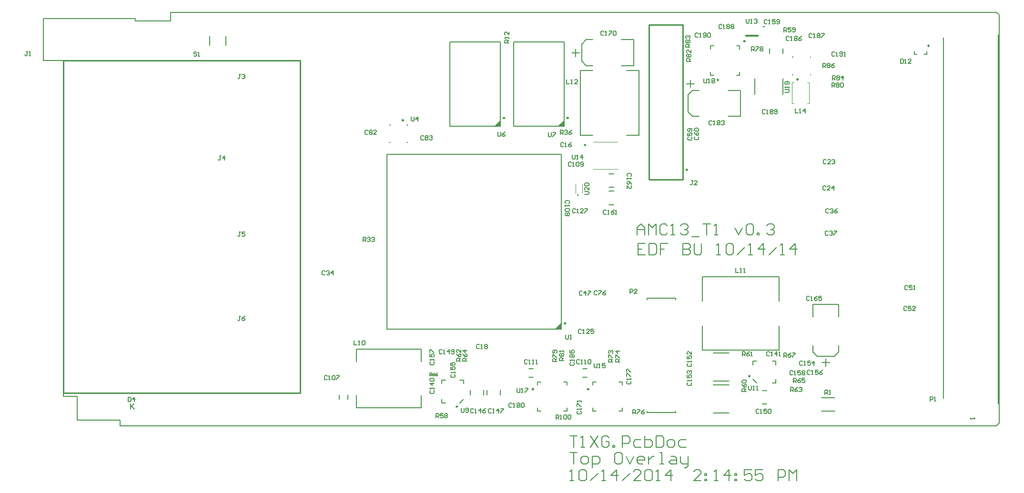
<source format=gto>
%FSLAX44Y44*%
%MOMM*%
G71*
G01*
G75*
G04 Layer_Color=65535*
%ADD10O,0.9500X0.3500*%
%ADD11O,0.3500X0.9500*%
%ADD12R,3.1500X3.1500*%
%ADD13O,0.2800X0.8500*%
%ADD14O,0.8500X0.2800*%
%ADD15R,1.7000X1.7000*%
%ADD16R,0.4000X0.7500*%
%ADD17R,0.9000X0.2000*%
%ADD18R,2.0500X2.0500*%
%ADD19R,2.0500X2.0500*%
%ADD20R,0.2000X0.9000*%
%ADD21R,0.7500X0.4000*%
%ADD22R,0.5000X1.3000*%
%ADD23R,2.0000X0.5000*%
%ADD24R,0.3500X0.9000*%
%ADD25R,1.2000X2.6000*%
%ADD26R,0.6300X0.6500*%
%ADD27R,0.9200X4.0000*%
%ADD28R,2.6700X4.0000*%
%ADD29R,0.6000X0.6000*%
%ADD30R,0.2500X0.4000*%
%ADD31O,0.6500X0.2500*%
%ADD32O,0.2500X0.6500*%
%ADD33R,0.7000X0.5000*%
%ADD34R,0.6500X0.8000*%
%ADD35R,0.8000X0.8000*%
%ADD36R,2.8500X3.3000*%
%ADD37R,3.1750X4.9530*%
%ADD38R,1.2000X1.5000*%
%ADD39R,0.9500X0.5500*%
%ADD40R,2.7940X0.7366*%
%ADD41C,0.3300*%
%ADD42R,5.2000X1.4000*%
%ADD43R,2.6000X1.1000*%
%ADD44R,1.1000X1.7000*%
%ADD45R,1.1000X1.4000*%
%ADD46R,0.6000X0.5000*%
%ADD47C,0.4500*%
%ADD48R,2.5500X2.7000*%
%ADD49R,0.6000X0.6000*%
%ADD50R,0.5000X0.6000*%
%ADD51R,1.7000X1.1000*%
%ADD52R,0.9000X0.8000*%
%ADD53R,0.8000X0.9000*%
%ADD54R,1.1000X2.6000*%
%ADD55R,1.4000X5.2000*%
%ADD56R,2.7000X2.5500*%
%ADD57R,4.9530X3.1750*%
%ADD58R,3.1500X3.1500*%
%ADD59C,0.2540*%
%ADD60C,0.1270*%
%ADD61C,0.5040*%
%ADD62C,0.5588*%
%ADD63C,0.5080*%
%ADD64C,0.2032*%
%ADD65C,0.3048*%
%ADD66C,0.1651*%
%ADD67C,0.3810*%
%ADD68C,0.1524*%
%ADD69R,0.6000X0.5000*%
%ADD70R,2.5000X0.7000*%
%ADD71R,2.3000X5.0000*%
%ADD72R,11.1000X6.2500*%
%ADD73R,2.8000X0.9000*%
%ADD74R,2.2000X2.1000*%
%ADD75R,1.2000X3.0000*%
%ADD76R,2.2000X1.8000*%
%ADD77R,5.2500X2.0000*%
%ADD78R,2.6000X2.7000*%
%ADD79R,1.6000X3.4000*%
%ADD80R,3.0000X4.3000*%
%ADD81R,1.9500X0.7500*%
%ADD82R,4.4500X1.0500*%
%ADD83R,1.0500X4.5000*%
%ADD84R,6.2000X6.0500*%
%ADD85R,1.1000X3.5000*%
%ADD86R,1.0000X1.4000*%
%ADD87R,1.6000X0.7000*%
%ADD88R,2.6500X1.5500*%
%ADD89R,2.3000X2.0500*%
%ADD90R,6.2000X5.1000*%
%ADD91R,15.8500X3.5500*%
%ADD92R,1.4000X1.3000*%
%ADD93R,1.7500X0.8000*%
%ADD94R,6.0000X4.0000*%
%ADD95R,0.6000X0.6500*%
%ADD96R,7.5500X2.8500*%
%ADD97R,1.6000X2.4500*%
%ADD98R,0.7500X1.9500*%
%ADD99R,2.5500X1.3000*%
%ADD100R,1.8500X1.5000*%
%ADD101R,2.5000X1.0000*%
%ADD102R,4.6000X1.0000*%
%ADD103R,2.4000X0.9500*%
%ADD104R,2.5000X0.7250*%
%ADD105R,1.0000X0.5000*%
%ADD106R,1.4000X0.5000*%
%ADD107R,2.3000X1.5000*%
%ADD108R,0.8500X0.8000*%
%ADD109R,0.8500X0.8000*%
%ADD110R,1.2250X0.5000*%
%ADD111R,4.0000X1.5000*%
%ADD112R,4.0000X2.0000*%
%ADD113R,1.1750X1.6750*%
%ADD114R,3.7500X1.3000*%
%ADD115R,4.3000X3.2000*%
%ADD116R,3.3000X4.1000*%
%ADD117R,4.5000X3.2000*%
%ADD118R,2.3000X1.1000*%
%ADD119R,2.1000X1.0000*%
%ADD120R,2.8000X3.4000*%
%ADD121R,2.0000X0.8000*%
%ADD122R,1.3000X3.9000*%
%ADD123R,1.9000X0.6000*%
%ADD124R,1.0000X2.7000*%
%ADD125R,2.3500X0.7000*%
%ADD126R,2.3500X1.5000*%
%ADD127R,0.8000X2.0500*%
%ADD128R,0.8000X1.9000*%
%ADD129R,1.1000X1.4500*%
%ADD130R,3.7000X2.8500*%
%ADD131R,3.3500X9.0500*%
%ADD132R,4.3500X19.5500*%
%ADD133R,2.9000X11.0000*%
%ADD134R,4.1000X4.4000*%
%ADD135R,3.0000X4.4000*%
%ADD136R,3.0000X1.9500*%
%ADD137R,0.9000X1.1000*%
%ADD138R,0.6500X0.4500*%
%ADD139R,4.8000X1.4000*%
%ADD140R,1.9500X9.7500*%
%ADD141R,1.6000X6.3000*%
%ADD142R,5.2000X3.1000*%
%ADD143R,9.3000X3.0000*%
%ADD144R,5.8000X1.6000*%
%ADD145R,0.9000X1.4000*%
%ADD146R,2.1000X3.3000*%
%ADD147R,10.7000X1.1000*%
%ADD148R,1.0000X1.2000*%
%ADD149R,10.7000X1.6000*%
%ADD150R,2.6000X6.4000*%
%ADD151R,2.0000X3.0000*%
%ADD152R,0.9000X0.9000*%
%ADD153R,4.0000X4.9000*%
%ADD154R,0.8000X3.0000*%
%ADD155R,2.3000X1.7000*%
%ADD156R,3.0000X5.4000*%
%ADD157R,0.8000X0.7000*%
%ADD158R,0.8000X0.4000*%
%ADD159R,0.8000X0.7000*%
%ADD160R,0.7000X0.4000*%
%ADD161R,2.8000X0.7000*%
%ADD162R,1.0000X0.4000*%
%ADD163R,1.6500X0.8000*%
%ADD164R,1.1500X0.5000*%
%ADD165R,1.3500X0.8000*%
%ADD166R,1.1000X0.5000*%
%ADD167R,1.5500X1.5000*%
%ADD168R,1.6000X1.5000*%
%ADD169R,0.9500X1.0500*%
%ADD170R,0.9000X0.5000*%
%ADD171R,1.5000X0.9500*%
%ADD172C,0.1500*%
%ADD173C,0.5000*%
%ADD174R,2.0000X2.0000*%
%ADD175C,0.2000*%
%ADD176C,0.1270*%
%ADD177C,0.9500*%
%ADD178C,0.6000*%
%ADD179C,0.5080*%
%ADD180C,5.0000*%
%ADD181R,4.7000X4.7000*%
%ADD182C,3.3000*%
G04:AMPARAMS|DCode=183|XSize=1mm|YSize=1mm|CornerRadius=0.25mm|HoleSize=0mm|Usage=FLASHONLY|Rotation=0.000|XOffset=0mm|YOffset=0mm|HoleType=Round|Shape=RoundedRectangle|*
%AMROUNDEDRECTD183*
21,1,1.0000,0.5000,0,0,0.0*
21,1,0.5000,1.0000,0,0,0.0*
1,1,0.5000,0.2500,-0.2500*
1,1,0.5000,-0.2500,-0.2500*
1,1,0.5000,-0.2500,0.2500*
1,1,0.5000,0.2500,0.2500*
%
%ADD183ROUNDEDRECTD183*%
%ADD184C,0.6600*%
%ADD185C,0.5588*%
%ADD186C,1.0160*%
%ADD187C,1.3970*%
%ADD188C,0.8890*%
%ADD189C,2.8000*%
%ADD190R,1.6000X0.5000*%
%ADD191R,0.5000X1.6000*%
%ADD192R,2.5000X3.3000*%
%ADD193R,10.0000X6.4000*%
%ADD194R,5.0000X3.3000*%
%ADD195R,1.4000X1.6000*%
%ADD196C,1.4580*%
%ADD197C,1.5580*%
%ADD198C,1.3580*%
%ADD199C,2.0580*%
%ADD200C,1.2080*%
%ADD201C,1.4080*%
%ADD202C,1.3480*%
%ADD203C,1.1680*%
%ADD204C,1.5240*%
%ADD205C,2.3080*%
G04:AMPARAMS|DCode=206|XSize=1.158mm|YSize=1.158mm|CornerRadius=0mm|HoleSize=0mm|Usage=FLASHONLY|Rotation=0.000|XOffset=0mm|YOffset=0mm|HoleType=Round|Shape=Relief|Width=0.254mm|Gap=0.127mm|Entries=4|*
%AMTHD206*
7,0,0,1.1580,0.9040,0.2540,45*
%
%ADD206THD206*%
%ADD207C,1.1580*%
%ADD208C,2.5080*%
%ADD209C,0.7064*%
G04:AMPARAMS|DCode=210|XSize=0.7064mm|YSize=0.7064mm|CornerRadius=0mm|HoleSize=0mm|Usage=FLASHONLY|Rotation=0.000|XOffset=0mm|YOffset=0mm|HoleType=Round|Shape=Relief|Width=0.2032mm|Gap=0.1016mm|Entries=4|*
%AMTHD210*
7,0,0,0.7064,0.5032,0.2032,45*
%
%ADD210THD210*%
G04:AMPARAMS|DCode=211|XSize=0.5588mm|YSize=0.5588mm|CornerRadius=0mm|HoleSize=0mm|Usage=FLASHONLY|Rotation=0.000|XOffset=0mm|YOffset=0mm|HoleType=Round|Shape=Relief|Width=0.2032mm|Gap=0.1016mm|Entries=4|*
%AMTHD211*
7,0,0,0.5588,0.3556,0.2032,45*
%
%ADD211THD211*%
%ADD212C,3.0080*%
%ADD213C,3.1064*%
%ADD214O,11.0064X2.0064*%
%ADD215C,2.9064*%
%ADD216C,0.8128*%
%ADD217C,0.8080*%
%ADD218R,1.6000X0.5000*%
%ADD219R,5.0000X9.7000*%
%ADD220R,5.0000X6.4000*%
%ADD221C,0.8380*%
%ADD222C,0.1778*%
%ADD223R,7.5000X9.7000*%
%ADD224R,2.5000X3.2000*%
%ADD225R,2.5000X9.7000*%
%ADD226R,7.5000X3.2000*%
%ADD227R,5.0000X6.5000*%
%ADD228R,2.5000X3.3000*%
%ADD229R,2.5000X6.4000*%
%ADD230R,10.0000X6.5000*%
%ADD231R,5.0000X3.2000*%
%ADD232R,0.7500X0.3000*%
%ADD233R,2.4500X2.4500*%
%ADD234R,1.1500X0.6000*%
%ADD235O,0.8000X0.2500*%
%ADD236O,0.2500X0.8000*%
%ADD237R,2.5500X2.5500*%
%ADD238R,0.8000X0.3000*%
%ADD239R,0.7000X1.3000*%
%ADD240R,1.0000X1.0000*%
%ADD241R,0.7000X0.7000*%
%ADD242R,1.0000X1.5000*%
%ADD243R,0.7000X0.6000*%
%ADD244R,10.0000X1.0000*%
%ADD245R,116.0000X1.0000*%
%ADD246R,3.5000X3.5000*%
%ADD247R,0.3700X0.5900*%
%ADD248R,0.5900X0.3700*%
%ADD249R,1.2000X1.4000*%
%ADD250R,1.1000X1.0000*%
%ADD251R,0.3000X0.7500*%
%ADD252R,1.4000X1.1000*%
%ADD253R,1.7000X1.7000*%
%ADD254R,3.9500X1.6500*%
%ADD255R,1.7000X1.5500*%
%ADD256R,2.3000X0.7000*%
%ADD257R,1.1000X2.5000*%
%ADD258R,2.6000X0.8000*%
%ADD259R,1.0000X0.8000*%
%ADD260R,6.2000X1.6500*%
%ADD261R,6.9500X4.5000*%
%ADD262R,1.0922X7.6454*%
%ADD263R,2.4000X3.2000*%
%ADD264R,1.4000X1.4000*%
%ADD265R,1.5000X1.7500*%
%ADD266R,18.5500X5.4500*%
%ADD267R,17.5000X4.3500*%
%ADD268R,1.4000X1.2500*%
%ADD269R,1.5000X1.5500*%
%ADD270R,2.3500X1.1500*%
%ADD271R,2.5500X2.2500*%
%ADD272R,3.3500X2.1000*%
%ADD273R,2.0000X1.4500*%
%ADD274R,2.1000X2.1000*%
%ADD275R,2.4500X1.1000*%
%ADD276R,2.4000X1.9500*%
%ADD277R,1.1000X0.6000*%
%ADD278R,0.9398X10.6426*%
%ADD279R,6.3246X1.2192*%
%ADD280R,7.1882X1.6510*%
%ADD281R,1.1000X1.0000*%
%ADD282R,0.6000X2.0000*%
%ADD283R,1.3000X0.8000*%
%ADD284R,1.8500X1.1500*%
%ADD285C,0.2500*%
%ADD286C,0.2000*%
%ADD287C,0.1016*%
G36*
X920000Y120000D02*
X910000D01*
X920000Y130000D01*
Y120000D01*
D02*
G37*
G36*
X925000Y480000D02*
X915000D01*
X925000Y490000D01*
Y480000D01*
D02*
G37*
G36*
X812000Y480000D02*
X802000D01*
X812000Y490000D01*
Y480000D01*
D02*
G37*
D59*
X963000Y447000D02*
G03*
X963000Y447000I-1000J0D01*
G01*
X949500Y358000D02*
G03*
X949500Y358000I-500J0D01*
G01*
X35000Y597000D02*
X456000D01*
X35000Y6000D02*
Y597000D01*
Y6000D02*
X456000D01*
X456000Y6000D01*
Y597000D01*
X1075500Y385500D02*
Y660500D01*
X1135500D01*
Y385500D02*
Y660500D01*
X1075500Y385500D02*
X1135500D01*
D60*
X1307000Y169500D02*
Y212500D01*
X1171000D02*
X1307000D01*
X1171000Y169500D02*
Y212500D01*
Y82500D02*
Y125500D01*
Y82500D02*
X1307000D01*
Y125500D01*
X1072280Y174460D02*
X1123080D01*
X1072280Y171760D02*
Y174460D01*
Y-28860D02*
Y-26160D01*
Y-28860D02*
X1123080D01*
Y171760D02*
Y174460D01*
Y-28860D02*
Y-26160D01*
X1696000Y-12500D02*
Y642500D01*
X1599000Y-3500D02*
Y637500D01*
D68*
X1260000Y56000D02*
Y63000D01*
X1267000D01*
X1295000D02*
X1301000D01*
Y56000D02*
Y63000D01*
Y24000D02*
Y31000D01*
X1295000Y24000D02*
X1301000D01*
X1260000Y31000D02*
X1267000Y24000D01*
X739500Y-12000D02*
X746500Y-5000D01*
X746500Y23000D02*
Y29000D01*
X739500D02*
X746500D01*
X707500D02*
X714500D01*
X707500Y23000D02*
Y29000D01*
Y-12000D02*
Y-5000D01*
Y-12000D02*
X714500D01*
X556000Y62000D02*
Y84000D01*
X671000D01*
Y62000D02*
Y84000D01*
X556000Y-20000D02*
Y2000D01*
Y-20000D02*
X671000D01*
Y2000D01*
X956000Y597000D02*
Y625000D01*
X1027000Y588000D02*
X1049000D01*
Y634000D01*
X1027000D02*
X1049000D01*
X956000Y596000D02*
Y597000D01*
Y596000D02*
X964000Y588000D01*
X976000D01*
X956000Y625000D02*
Y626000D01*
X964000Y634000D01*
X976000D01*
X1145000Y507000D02*
Y535000D01*
X1216000Y498000D02*
X1238000D01*
Y544000D01*
X1216000D02*
X1238000D01*
X1145000Y506000D02*
Y507000D01*
Y506000D02*
X1153000Y498000D01*
X1165000D01*
X1145000Y535000D02*
Y536000D01*
X1153000Y544000D01*
X1165000D01*
X1376000Y71000D02*
X1404000D01*
X1413000Y142000D02*
Y164000D01*
X1367000D02*
X1413000D01*
X1367000Y142000D02*
Y164000D01*
X1404000Y71000D02*
X1405000D01*
X1413000Y79000D01*
Y91000D01*
X1375000Y71000D02*
X1376000D01*
X1367000Y79000D02*
X1375000Y71000D01*
X1367000Y79000D02*
Y91000D01*
X954000Y464000D02*
X976000D01*
X954000D02*
Y579000D01*
X976000D01*
X1036000Y464000D02*
X1058000D01*
Y579000D01*
X1036000D02*
X1058000D01*
X978500Y58618D02*
Y52270D01*
X979770Y51000D01*
X982309D01*
X983578Y52270D01*
Y58618D01*
X986117Y51000D02*
X988657D01*
X987387D01*
Y58618D01*
X986117Y57348D01*
X997544Y58618D02*
X992466D01*
Y54809D01*
X995005Y56078D01*
X996274D01*
X997544Y54809D01*
Y52270D01*
X996274Y51000D01*
X993735D01*
X992466Y52270D01*
X1317383Y540500D02*
X1323730D01*
X1325000Y541770D01*
Y544309D01*
X1323730Y545578D01*
X1317383D01*
X1325000Y548117D02*
Y550657D01*
Y549387D01*
X1317383D01*
X1318652Y548117D01*
X1323730Y554465D02*
X1325000Y555735D01*
Y558274D01*
X1323730Y559544D01*
X1318652D01*
X1317383Y558274D01*
Y555735D01*
X1318652Y554465D01*
X1319922D01*
X1321191Y555735D01*
Y559544D01*
X1253000Y19117D02*
Y12770D01*
X1254270Y11500D01*
X1256809D01*
X1258078Y12770D01*
Y19117D01*
X1260618Y11500D02*
X1263157D01*
X1261887D01*
Y19117D01*
X1260618Y17848D01*
X1266965Y11500D02*
X1269505D01*
X1268235D01*
Y19117D01*
X1266965Y17848D01*
X742500Y-20882D02*
Y-27230D01*
X743770Y-28500D01*
X746309D01*
X747578Y-27230D01*
Y-20882D01*
X750117Y-27230D02*
X751387Y-28500D01*
X753926D01*
X755196Y-27230D01*
Y-22152D01*
X753926Y-20882D01*
X751387D01*
X750117Y-22152D01*
Y-23422D01*
X751387Y-24691D01*
X755196D01*
X1522500Y599618D02*
Y592000D01*
X1526309D01*
X1527578Y593270D01*
Y598348D01*
X1526309Y599618D01*
X1522500D01*
X1530117Y592000D02*
X1532657D01*
X1531387D01*
Y599618D01*
X1530117Y598348D01*
X1541544Y592000D02*
X1536465D01*
X1541544Y597078D01*
Y598348D01*
X1540274Y599618D01*
X1537735D01*
X1536465Y598348D01*
X-28220Y613605D02*
X-30759D01*
X-29489D01*
Y607258D01*
X-30759Y605988D01*
X-32028D01*
X-33298Y607258D01*
X-25680Y605988D02*
X-23141D01*
X-24411D01*
Y613605D01*
X-25680Y612336D01*
X350078Y292617D02*
X347539D01*
X348809D01*
Y286270D01*
X347539Y285000D01*
X346270D01*
X345000Y286270D01*
X357696Y292617D02*
X352617D01*
Y288809D01*
X355157Y290078D01*
X356426D01*
X357696Y288809D01*
Y286270D01*
X356426Y285000D01*
X353887D01*
X352617Y286270D01*
X315078Y427617D02*
X312539D01*
X313809D01*
Y421270D01*
X312539Y420000D01*
X311270D01*
X310000Y421270D01*
X321426Y420000D02*
Y427617D01*
X317617Y423809D01*
X322696D01*
X1248500Y671117D02*
Y664770D01*
X1249770Y663500D01*
X1252309D01*
X1253578Y664770D01*
Y671117D01*
X1256117Y663500D02*
X1258657D01*
X1257387D01*
Y671117D01*
X1256117Y669848D01*
X1262466D02*
X1263735Y671117D01*
X1266274D01*
X1267544Y669848D01*
Y668578D01*
X1266274Y667309D01*
X1265005D01*
X1266274D01*
X1267544Y666039D01*
Y664770D01*
X1266274Y663500D01*
X1263735D01*
X1262466Y664770D01*
X1388500Y4000D02*
Y11617D01*
X1392309D01*
X1393578Y10348D01*
Y7809D01*
X1392309Y6539D01*
X1388500D01*
X1391039D02*
X1393578Y4000D01*
X1396118D02*
X1398657D01*
X1397387D01*
Y11617D01*
X1396118Y10348D01*
X939500Y429118D02*
Y422770D01*
X940770Y421500D01*
X943309D01*
X944578Y422770D01*
Y429118D01*
X947117Y421500D02*
X949657D01*
X948387D01*
Y429118D01*
X947117Y427848D01*
X957274Y421500D02*
Y429118D01*
X953465Y425309D01*
X958544D01*
X961383Y359000D02*
X967730D01*
X969000Y360270D01*
Y362809D01*
X967730Y364078D01*
X961383D01*
X969000Y371696D02*
Y366618D01*
X963922Y371696D01*
X962652D01*
X961383Y370426D01*
Y367887D01*
X962652Y366618D01*
Y374235D02*
X961383Y375505D01*
Y378044D01*
X962652Y379313D01*
X967730D01*
X969000Y378044D01*
Y375505D01*
X967730Y374235D01*
X962652D01*
X653500Y497118D02*
Y490770D01*
X654770Y489500D01*
X657309D01*
X658578Y490770D01*
Y497118D01*
X664926Y489500D02*
Y497118D01*
X661117Y493309D01*
X666196D01*
X1154078Y383618D02*
X1151539D01*
X1152809D01*
Y377270D01*
X1151539Y376000D01*
X1150270D01*
X1149000Y377270D01*
X1161696Y376000D02*
X1156618D01*
X1161696Y381078D01*
Y382348D01*
X1160426Y383618D01*
X1157887D01*
X1156618Y382348D01*
X150000Y-1382D02*
Y-9000D01*
X153809D01*
X155078Y-7730D01*
Y-2652D01*
X153809Y-1382D01*
X150000D01*
X161426Y-9000D02*
Y-1382D01*
X157618Y-5191D01*
X162696D01*
X155000Y-12803D02*
Y-22800D01*
Y-19468D01*
X161665Y-12803D01*
X156666Y-17802D01*
X161665Y-22800D01*
X1230000Y228118D02*
Y220500D01*
X1235078D01*
X1237617D02*
X1240157D01*
X1238887D01*
Y228118D01*
X1237617Y226848D01*
X1243966Y220500D02*
X1246505D01*
X1245235D01*
Y228118D01*
X1243966Y226848D01*
X552000Y99118D02*
Y91500D01*
X557078D01*
X559618D02*
X562157D01*
X560887D01*
Y99118D01*
X559618Y97848D01*
X565965D02*
X567235Y99118D01*
X569774D01*
X571044Y97848D01*
Y92770D01*
X569774Y91500D01*
X567235D01*
X565965Y92770D01*
Y97848D01*
X1335500Y511618D02*
Y504000D01*
X1340578D01*
X1343118D02*
X1345657D01*
X1344387D01*
Y511618D01*
X1343118Y510348D01*
X1353274Y504000D02*
Y511618D01*
X1349465Y507809D01*
X1354544D01*
X272078Y611348D02*
X270809Y612617D01*
X268270D01*
X267000Y611348D01*
Y610078D01*
X268270Y608809D01*
X270809D01*
X272078Y607539D01*
Y606270D01*
X270809Y605000D01*
X268270D01*
X267000Y606270D01*
X274618Y605000D02*
X277157D01*
X275887D01*
Y612617D01*
X274618Y611348D01*
X1041930Y182850D02*
Y190467D01*
X1045739D01*
X1047008Y189198D01*
Y186659D01*
X1045739Y185389D01*
X1041930D01*
X1054626Y182850D02*
X1049548D01*
X1054626Y187928D01*
Y189198D01*
X1053356Y190467D01*
X1050817D01*
X1049548Y189198D01*
X897000Y469118D02*
Y462770D01*
X898270Y461500D01*
X900809D01*
X902078Y462770D01*
Y469118D01*
X904617D02*
X909696D01*
Y467848D01*
X904617Y462770D01*
Y461500D01*
X1647069Y-38025D02*
Y-40564D01*
Y-39295D01*
X1654686D01*
X1653417Y-38025D01*
X1282078Y508848D02*
X1280809Y510117D01*
X1278270D01*
X1277000Y508848D01*
Y503770D01*
X1278270Y502500D01*
X1280809D01*
X1282078Y503770D01*
X1284617Y502500D02*
X1287157D01*
X1285887D01*
Y510117D01*
X1284617Y508848D01*
X1290966D02*
X1292235Y510117D01*
X1294774D01*
X1296044Y508848D01*
Y507578D01*
X1294774Y506309D01*
X1296044Y505039D01*
Y503770D01*
X1294774Y502500D01*
X1292235D01*
X1290966Y503770D01*
Y505039D01*
X1292235Y506309D01*
X1290966Y507578D01*
Y508848D01*
X1292235Y506309D02*
X1294774D01*
X1298583Y503770D02*
X1299853Y502500D01*
X1302392D01*
X1303661Y503770D01*
Y508848D01*
X1302392Y510117D01*
X1299853D01*
X1298583Y508848D01*
Y507578D01*
X1299853Y506309D01*
X1303661D01*
X1325078Y638848D02*
X1323809Y640117D01*
X1321270D01*
X1320000Y638848D01*
Y633770D01*
X1321270Y632500D01*
X1323809D01*
X1325078Y633770D01*
X1327617Y632500D02*
X1330157D01*
X1328887D01*
Y640117D01*
X1327617Y638848D01*
X1333965D02*
X1335235Y640117D01*
X1337774D01*
X1339044Y638848D01*
Y637578D01*
X1337774Y636309D01*
X1339044Y635039D01*
Y633770D01*
X1337774Y632500D01*
X1335235D01*
X1333965Y633770D01*
Y635039D01*
X1335235Y636309D01*
X1333965Y637578D01*
Y638848D01*
X1335235Y636309D02*
X1337774D01*
X1346661Y640117D02*
X1344122Y638848D01*
X1341583Y636309D01*
Y633770D01*
X1342853Y632500D01*
X1345392D01*
X1346661Y633770D01*
Y635039D01*
X1345392Y636309D01*
X1341583D01*
X859578Y64348D02*
X858309Y65617D01*
X855770D01*
X854500Y64348D01*
Y59270D01*
X855770Y58000D01*
X858309D01*
X859578Y59270D01*
X862117Y58000D02*
X864657D01*
X863387D01*
Y65617D01*
X862117Y64348D01*
X868465Y58000D02*
X871005D01*
X869735D01*
Y65617D01*
X868465Y64348D01*
X874813Y58000D02*
X877353D01*
X876083D01*
Y65617D01*
X874813Y64348D01*
X1365578Y643848D02*
X1364309Y645118D01*
X1361770D01*
X1360500Y643848D01*
Y638770D01*
X1361770Y637500D01*
X1364309D01*
X1365578Y638770D01*
X1368118Y637500D02*
X1370657D01*
X1369387D01*
Y645118D01*
X1368118Y643848D01*
X1374465D02*
X1375735Y645118D01*
X1378274D01*
X1379544Y643848D01*
Y642578D01*
X1378274Y641309D01*
X1379544Y640039D01*
Y638770D01*
X1378274Y637500D01*
X1375735D01*
X1374465Y638770D01*
Y640039D01*
X1375735Y641309D01*
X1374465Y642578D01*
Y643848D01*
X1375735Y641309D02*
X1378274D01*
X1382083Y645118D02*
X1387161D01*
Y643848D01*
X1382083Y638770D01*
Y637500D01*
X1405578Y611348D02*
X1404309Y612617D01*
X1401770D01*
X1400500Y611348D01*
Y606270D01*
X1401770Y605000D01*
X1404309D01*
X1405578Y606270D01*
X1408118Y605000D02*
X1410657D01*
X1409387D01*
Y612617D01*
X1408118Y611348D01*
X1414465Y606270D02*
X1415735Y605000D01*
X1418274D01*
X1419544Y606270D01*
Y611348D01*
X1418274Y612617D01*
X1415735D01*
X1414465Y611348D01*
Y610078D01*
X1415735Y608809D01*
X1419544D01*
X1422083Y605000D02*
X1424622D01*
X1423353D01*
Y612617D01*
X1422083Y611348D01*
X927941Y109516D02*
Y103169D01*
X929211Y101899D01*
X931750D01*
X933019Y103169D01*
Y109516D01*
X935558Y101899D02*
X938098D01*
X936828D01*
Y109516D01*
X935558Y108247D01*
X1575000Y-8000D02*
Y-382D01*
X1578809D01*
X1580078Y-1652D01*
Y-4191D01*
X1578809Y-5461D01*
X1575000D01*
X1582617Y-8000D02*
X1585157D01*
X1583887D01*
Y-382D01*
X1582617Y-1652D01*
X995578Y648348D02*
X994309Y649617D01*
X991770D01*
X990500Y648348D01*
Y643270D01*
X991770Y642000D01*
X994309D01*
X995578Y643270D01*
X998118Y642000D02*
X1000657D01*
X999387D01*
Y649617D01*
X998118Y648348D01*
X1004465Y649617D02*
X1009544D01*
Y648348D01*
X1004465Y643270D01*
Y642000D01*
X1012083Y648348D02*
X1013353Y649617D01*
X1015892D01*
X1017161Y648348D01*
Y643270D01*
X1015892Y642000D01*
X1013353D01*
X1012083Y643270D01*
Y648348D01*
X939000Y610997D02*
X952329D01*
X945665Y617661D02*
Y604332D01*
X1187578Y488848D02*
X1186309Y490117D01*
X1183770D01*
X1182500Y488848D01*
Y483770D01*
X1183770Y482500D01*
X1186309D01*
X1187578Y483770D01*
X1190117Y482500D02*
X1192657D01*
X1191387D01*
Y490117D01*
X1190117Y488848D01*
X1196466D02*
X1197735Y490117D01*
X1200274D01*
X1201544Y488848D01*
Y487578D01*
X1200274Y486309D01*
X1201544Y485039D01*
Y483770D01*
X1200274Y482500D01*
X1197735D01*
X1196466Y483770D01*
Y485039D01*
X1197735Y486309D01*
X1196466Y487578D01*
Y488848D01*
X1197735Y486309D02*
X1200274D01*
X1204083Y488848D02*
X1205353Y490117D01*
X1207892D01*
X1209161Y488848D01*
Y487578D01*
X1207892Y486309D01*
X1206622D01*
X1207892D01*
X1209161Y485039D01*
Y483770D01*
X1207892Y482500D01*
X1205353D01*
X1204083Y483770D01*
X1143000Y555997D02*
X1156329D01*
X1149665Y562661D02*
Y549332D01*
X807000Y470117D02*
Y463770D01*
X808270Y462500D01*
X810809D01*
X812078Y463770D01*
Y470117D01*
X819696D02*
X817157Y468848D01*
X814617Y466309D01*
Y463770D01*
X815887Y462500D01*
X818426D01*
X819696Y463770D01*
Y465039D01*
X818426Y466309D01*
X814617D01*
X918000Y465500D02*
Y473117D01*
X921809D01*
X923078Y471848D01*
Y469309D01*
X921809Y468039D01*
X918000D01*
X920539D02*
X923078Y465500D01*
X925618Y471848D02*
X926887Y473117D01*
X929426D01*
X930696Y471848D01*
Y470578D01*
X929426Y469309D01*
X928157D01*
X929426D01*
X930696Y468039D01*
Y466770D01*
X929426Y465500D01*
X926887D01*
X925618Y466770D01*
X938313Y473117D02*
X935774Y471848D01*
X933235Y469309D01*
Y466770D01*
X934505Y465500D01*
X937044D01*
X938313Y466770D01*
Y468039D01*
X937044Y469309D01*
X933235D01*
X924078Y449848D02*
X922809Y451118D01*
X920270D01*
X919000Y449848D01*
Y444770D01*
X920270Y443500D01*
X922809D01*
X924078Y444770D01*
X926618Y443500D02*
X929157D01*
X927887D01*
Y451118D01*
X926618Y449848D01*
X938044Y451118D02*
X935505Y449848D01*
X932965Y447309D01*
Y444770D01*
X934235Y443500D01*
X936774D01*
X938044Y444770D01*
Y446039D01*
X936774Y447309D01*
X932965D01*
X910500Y-40000D02*
Y-32383D01*
X914309D01*
X915578Y-33652D01*
Y-36191D01*
X914309Y-37461D01*
X910500D01*
X913039D02*
X915578Y-40000D01*
X918118D02*
X920657D01*
X919387D01*
Y-32383D01*
X918118Y-33652D01*
X924465D02*
X925735Y-32383D01*
X928274D01*
X929544Y-33652D01*
Y-38730D01*
X928274Y-40000D01*
X925735D01*
X924465Y-38730D01*
Y-33652D01*
X932083D02*
X933353Y-32383D01*
X935892D01*
X937161Y-33652D01*
Y-38730D01*
X935892Y-40000D01*
X933353D01*
X932083Y-38730D01*
Y-33652D01*
X350078Y572617D02*
X347539D01*
X348809D01*
Y566270D01*
X347539Y565000D01*
X346270D01*
X345000Y566270D01*
X352617Y571348D02*
X353887Y572617D01*
X356426D01*
X357696Y571348D01*
Y570078D01*
X356426Y568809D01*
X355157D01*
X356426D01*
X357696Y567539D01*
Y566270D01*
X356426Y565000D01*
X353887D01*
X352617Y566270D01*
X350078Y142618D02*
X347539D01*
X348809D01*
Y136270D01*
X347539Y135000D01*
X346270D01*
X345000Y136270D01*
X357696Y142618D02*
X355157Y141348D01*
X352617Y138809D01*
Y136270D01*
X353887Y135000D01*
X356426D01*
X357696Y136270D01*
Y137539D01*
X356426Y138809D01*
X352617D01*
X1286078Y668348D02*
X1284809Y669617D01*
X1282270D01*
X1281000Y668348D01*
Y663270D01*
X1282270Y662000D01*
X1284809D01*
X1286078Y663270D01*
X1288618Y662000D02*
X1291157D01*
X1289887D01*
Y669617D01*
X1288618Y668348D01*
X1300044Y669617D02*
X1294966D01*
Y665809D01*
X1297505Y667078D01*
X1298774D01*
X1300044Y665809D01*
Y663270D01*
X1298774Y662000D01*
X1296235D01*
X1294966Y663270D01*
X1302583D02*
X1303853Y662000D01*
X1306392D01*
X1307661Y663270D01*
Y668348D01*
X1306392Y669617D01*
X1303853D01*
X1302583Y668348D01*
Y667078D01*
X1303853Y665809D01*
X1307661D01*
X1332500Y24500D02*
Y32118D01*
X1336309D01*
X1337578Y30848D01*
Y28309D01*
X1336309Y27039D01*
X1332500D01*
X1335039D02*
X1337578Y24500D01*
X1345196Y32118D02*
X1342657Y30848D01*
X1340117Y28309D01*
Y25770D01*
X1341387Y24500D01*
X1343926D01*
X1345196Y25770D01*
Y27039D01*
X1343926Y28309D01*
X1340117D01*
X1352813Y32118D02*
X1347735D01*
Y28309D01*
X1350274Y29578D01*
X1351544D01*
X1352813Y28309D01*
Y25770D01*
X1351544Y24500D01*
X1349005D01*
X1347735Y25770D01*
X827000Y628500D02*
X819382D01*
Y632309D01*
X820652Y633578D01*
X823191D01*
X824461Y632309D01*
Y628500D01*
Y631039D02*
X827000Y633578D01*
Y636118D02*
Y638657D01*
Y637387D01*
X819382D01*
X820652Y636118D01*
X827000Y647544D02*
Y642466D01*
X821922Y647544D01*
X820652D01*
X819382Y646274D01*
Y643735D01*
X820652Y642466D01*
X1390578Y419848D02*
X1389309Y421118D01*
X1386770D01*
X1385500Y419848D01*
Y414770D01*
X1386770Y413500D01*
X1389309D01*
X1390578Y414770D01*
X1398196Y413500D02*
X1393118D01*
X1398196Y418578D01*
Y419848D01*
X1396926Y421118D01*
X1394387D01*
X1393118Y419848D01*
X1400735D02*
X1402005Y421118D01*
X1404544D01*
X1405813Y419848D01*
Y418578D01*
X1404544Y417309D01*
X1403274D01*
X1404544D01*
X1405813Y416039D01*
Y414770D01*
X1404544Y413500D01*
X1402005D01*
X1400735Y414770D01*
X1390078Y372848D02*
X1388809Y374118D01*
X1386270D01*
X1385000Y372848D01*
Y367770D01*
X1386270Y366500D01*
X1388809D01*
X1390078Y367770D01*
X1397696Y366500D02*
X1392617D01*
X1397696Y371578D01*
Y372848D01*
X1396426Y374118D01*
X1393887D01*
X1392617Y372848D01*
X1404044Y366500D02*
Y374118D01*
X1400235Y370309D01*
X1405313D01*
X1395078Y332348D02*
X1393809Y333618D01*
X1391270D01*
X1390000Y332348D01*
Y327270D01*
X1391270Y326000D01*
X1393809D01*
X1395078Y327270D01*
X1397617Y332348D02*
X1398887Y333618D01*
X1401426D01*
X1402696Y332348D01*
Y331078D01*
X1401426Y329809D01*
X1400157D01*
X1401426D01*
X1402696Y328539D01*
Y327270D01*
X1401426Y326000D01*
X1398887D01*
X1397617Y327270D01*
X1410313Y333618D02*
X1407774Y332348D01*
X1405235Y329809D01*
Y327270D01*
X1406505Y326000D01*
X1409044D01*
X1410313Y327270D01*
Y328539D01*
X1409044Y329809D01*
X1405235D01*
X1394078Y292848D02*
X1392809Y294118D01*
X1390270D01*
X1389000Y292848D01*
Y287770D01*
X1390270Y286500D01*
X1392809D01*
X1394078Y287770D01*
X1396617Y292848D02*
X1397887Y294118D01*
X1400426D01*
X1401696Y292848D01*
Y291578D01*
X1400426Y290309D01*
X1399157D01*
X1400426D01*
X1401696Y289039D01*
Y287770D01*
X1400426Y286500D01*
X1397887D01*
X1396617Y287770D01*
X1404235Y294118D02*
X1409313D01*
Y292848D01*
X1404235Y287770D01*
Y286500D01*
X1533578Y158848D02*
X1532309Y160117D01*
X1529770D01*
X1528500Y158848D01*
Y153770D01*
X1529770Y152500D01*
X1532309D01*
X1533578Y153770D01*
X1541196Y160117D02*
X1536118D01*
Y156309D01*
X1538657Y157578D01*
X1539926D01*
X1541196Y156309D01*
Y153770D01*
X1539926Y152500D01*
X1537387D01*
X1536118Y153770D01*
X1548813Y152500D02*
X1543735D01*
X1548813Y157578D01*
Y158848D01*
X1547544Y160117D01*
X1545005D01*
X1543735Y158848D01*
X1535578Y195848D02*
X1534309Y197118D01*
X1531770D01*
X1530500Y195848D01*
Y190770D01*
X1531770Y189500D01*
X1534309D01*
X1535578Y190770D01*
X1543196Y197118D02*
X1538118D01*
Y193309D01*
X1540657Y194578D01*
X1541926D01*
X1543196Y193309D01*
Y190770D01*
X1541926Y189500D01*
X1539387D01*
X1538118Y190770D01*
X1545735Y189500D02*
X1548274D01*
X1547005D01*
Y197118D01*
X1545735Y195848D01*
X1145652Y461078D02*
X1144382Y459809D01*
Y457270D01*
X1145652Y456000D01*
X1150730D01*
X1152000Y457270D01*
Y459809D01*
X1150730Y461078D01*
X1144382Y468696D02*
Y463618D01*
X1148191D01*
X1146922Y466157D01*
Y467426D01*
X1148191Y468696D01*
X1150730D01*
X1152000Y467426D01*
Y464887D01*
X1150730Y463618D01*
Y471235D02*
X1152000Y472505D01*
Y475044D01*
X1150730Y476313D01*
X1145652D01*
X1144382Y475044D01*
Y472505D01*
X1145652Y471235D01*
X1146922D01*
X1148191Y472505D01*
Y476313D01*
X1157652Y461578D02*
X1156383Y460309D01*
Y457770D01*
X1157652Y456500D01*
X1162730D01*
X1164000Y457770D01*
Y460309D01*
X1162730Y461578D01*
X1156383Y469196D02*
X1157652Y466657D01*
X1160191Y464118D01*
X1162730D01*
X1164000Y465387D01*
Y467926D01*
X1162730Y469196D01*
X1161461D01*
X1160191Y467926D01*
Y464118D01*
X1157652Y471735D02*
X1156383Y473005D01*
Y475544D01*
X1157652Y476813D01*
X1162730D01*
X1164000Y475544D01*
Y473005D01*
X1162730Y471735D01*
X1157652D01*
X576578Y471848D02*
X575309Y473117D01*
X572770D01*
X571500Y471848D01*
Y466770D01*
X572770Y465500D01*
X575309D01*
X576578Y466770D01*
X579118Y471848D02*
X580387Y473117D01*
X582926D01*
X584196Y471848D01*
Y470578D01*
X582926Y469309D01*
X584196Y468039D01*
Y466770D01*
X582926Y465500D01*
X580387D01*
X579118Y466770D01*
Y468039D01*
X580387Y469309D01*
X579118Y470578D01*
Y471848D01*
X580387Y469309D02*
X582926D01*
X591813Y465500D02*
X586735D01*
X591813Y470578D01*
Y471848D01*
X590544Y473117D01*
X588005D01*
X586735Y471848D01*
X675578Y462348D02*
X674309Y463618D01*
X671770D01*
X670500Y462348D01*
Y457270D01*
X671770Y456000D01*
X674309D01*
X675578Y457270D01*
X678118Y462348D02*
X679387Y463618D01*
X681926D01*
X683196Y462348D01*
Y461078D01*
X681926Y459809D01*
X683196Y458539D01*
Y457270D01*
X681926Y456000D01*
X679387D01*
X678118Y457270D01*
Y458539D01*
X679387Y459809D01*
X678118Y461078D01*
Y462348D01*
X679387Y459809D02*
X681926D01*
X685735Y462348D02*
X687005Y463618D01*
X689544D01*
X690813Y462348D01*
Y461078D01*
X689544Y459809D01*
X688274D01*
X689544D01*
X690813Y458539D01*
Y457270D01*
X689544Y456000D01*
X687005D01*
X685735Y457270D01*
X504078Y35848D02*
X502809Y37118D01*
X500270D01*
X499000Y35848D01*
Y30770D01*
X500270Y29500D01*
X502809D01*
X504078Y30770D01*
X506618Y29500D02*
X509157D01*
X507887D01*
Y37118D01*
X506618Y35848D01*
X512966D02*
X514235Y37118D01*
X516774D01*
X518044Y35848D01*
Y30770D01*
X516774Y29500D01*
X514235D01*
X512966Y30770D01*
Y35848D01*
X520583Y37118D02*
X525661D01*
Y35848D01*
X520583Y30770D01*
Y29500D01*
X933348Y342922D02*
X934617Y344191D01*
Y346730D01*
X933348Y348000D01*
X928270D01*
X927000Y346730D01*
Y344191D01*
X928270Y342922D01*
X927000Y340382D02*
Y337843D01*
Y339113D01*
X934617D01*
X933348Y340382D01*
Y334035D02*
X934617Y332765D01*
Y330226D01*
X933348Y328956D01*
X928270D01*
X927000Y330226D01*
Y332765D01*
X928270Y334035D01*
X933348D01*
Y326417D02*
X934617Y325147D01*
Y322608D01*
X933348Y321339D01*
X932078D01*
X930809Y322608D01*
X929539Y321339D01*
X928270D01*
X927000Y322608D01*
Y325147D01*
X928270Y326417D01*
X929539D01*
X930809Y325147D01*
X932078Y326417D01*
X933348D01*
X930809Y325147D02*
Y322608D01*
X937578Y415348D02*
X936309Y416618D01*
X933770D01*
X932500Y415348D01*
Y410270D01*
X933770Y409000D01*
X936309D01*
X937578Y410270D01*
X940117Y409000D02*
X942657D01*
X941387D01*
Y416618D01*
X940117Y415348D01*
X946466D02*
X947735Y416618D01*
X950274D01*
X951544Y415348D01*
Y410270D01*
X950274Y409000D01*
X947735D01*
X946466Y410270D01*
Y415348D01*
X954083Y410270D02*
X955353Y409000D01*
X957892D01*
X959161Y410270D01*
Y415348D01*
X957892Y416618D01*
X955353D01*
X954083Y415348D01*
Y414078D01*
X955353Y412809D01*
X959161D01*
X952578Y64348D02*
X951309Y65617D01*
X948770D01*
X947500Y64348D01*
Y59270D01*
X948770Y58000D01*
X951309D01*
X952578Y59270D01*
X955117Y58000D02*
X957657D01*
X956387D01*
Y65617D01*
X955117Y64348D01*
X961466Y58000D02*
X964005D01*
X962735D01*
Y65617D01*
X961466Y64348D01*
X967813D02*
X969083Y65617D01*
X971622D01*
X972892Y64348D01*
Y59270D01*
X971622Y58000D01*
X969083D01*
X967813Y59270D01*
Y64348D01*
X687652Y10578D02*
X686383Y9309D01*
Y6770D01*
X687652Y5500D01*
X692730D01*
X694000Y6770D01*
Y9309D01*
X692730Y10578D01*
X694000Y13118D02*
Y15657D01*
Y14387D01*
X686383D01*
X687652Y13118D01*
X694000Y23274D02*
X686383D01*
X690191Y19466D01*
Y24544D01*
X687652Y27083D02*
X686383Y28353D01*
Y30892D01*
X687652Y32161D01*
X692730D01*
X694000Y30892D01*
Y28353D01*
X692730Y27083D01*
X687652D01*
X1290078Y78348D02*
X1288809Y79618D01*
X1286270D01*
X1285000Y78348D01*
Y73270D01*
X1286270Y72000D01*
X1288809D01*
X1290078Y73270D01*
X1292617Y72000D02*
X1295157D01*
X1293887D01*
Y79618D01*
X1292617Y78348D01*
X1302774Y72000D02*
Y79618D01*
X1298965Y75809D01*
X1304044D01*
X1306583Y72000D02*
X1309122D01*
X1307853D01*
Y79618D01*
X1306583Y78348D01*
X764078Y-22652D02*
X762809Y-21383D01*
X760270D01*
X759000Y-22652D01*
Y-27730D01*
X760270Y-29000D01*
X762809D01*
X764078Y-27730D01*
X766618Y-29000D02*
X769157D01*
X767887D01*
Y-21383D01*
X766618Y-22652D01*
X776774Y-29000D02*
Y-21383D01*
X772965Y-25191D01*
X778044D01*
X785661Y-21383D02*
X783122Y-22652D01*
X780583Y-25191D01*
Y-27730D01*
X781853Y-29000D01*
X784392D01*
X785661Y-27730D01*
Y-26461D01*
X784392Y-25191D01*
X780583D01*
X795578Y-22652D02*
X794309Y-21383D01*
X791770D01*
X790500Y-22652D01*
Y-27730D01*
X791770Y-29000D01*
X794309D01*
X795578Y-27730D01*
X798118Y-29000D02*
X800657D01*
X799387D01*
Y-21383D01*
X798118Y-22652D01*
X808274Y-29000D02*
Y-21383D01*
X804465Y-25191D01*
X809544D01*
X812083Y-21383D02*
X817161D01*
Y-22652D01*
X812083Y-27730D01*
Y-29000D01*
X708078Y82348D02*
X706809Y83617D01*
X704270D01*
X703000Y82348D01*
Y77270D01*
X704270Y76000D01*
X706809D01*
X708078Y77270D01*
X710618Y76000D02*
X713157D01*
X711887D01*
Y83617D01*
X710618Y82348D01*
X720774Y76000D02*
Y83617D01*
X716965Y79809D01*
X722044D01*
X724583Y77270D02*
X725853Y76000D01*
X728392D01*
X729661Y77270D01*
Y82348D01*
X728392Y83617D01*
X725853D01*
X724583Y82348D01*
Y81078D01*
X725853Y79809D01*
X729661D01*
X1271078Y-23652D02*
X1269809Y-22383D01*
X1267270D01*
X1266000Y-23652D01*
Y-28730D01*
X1267270Y-30000D01*
X1269809D01*
X1271078Y-28730D01*
X1273617Y-30000D02*
X1276157D01*
X1274887D01*
Y-22383D01*
X1273617Y-23652D01*
X1285044Y-22383D02*
X1279966D01*
Y-26191D01*
X1282505Y-24922D01*
X1283774D01*
X1285044Y-26191D01*
Y-28730D01*
X1283774Y-30000D01*
X1281235D01*
X1279966Y-28730D01*
X1287583Y-23652D02*
X1288853Y-22383D01*
X1291392D01*
X1292661Y-23652D01*
Y-28730D01*
X1291392Y-30000D01*
X1288853D01*
X1287583Y-28730D01*
Y-23652D01*
X1145152Y58578D02*
X1143883Y57309D01*
Y54770D01*
X1145152Y53500D01*
X1150230D01*
X1151500Y54770D01*
Y57309D01*
X1150230Y58578D01*
X1151500Y61118D02*
Y63657D01*
Y62387D01*
X1143883D01*
X1145152Y61118D01*
X1143883Y72544D02*
Y67466D01*
X1147691D01*
X1146422Y70005D01*
Y71274D01*
X1147691Y72544D01*
X1150230D01*
X1151500Y71274D01*
Y68735D01*
X1150230Y67466D01*
X1151500Y80161D02*
Y75083D01*
X1146422Y80161D01*
X1145152D01*
X1143883Y78892D01*
Y76353D01*
X1145152Y75083D01*
Y24578D02*
X1143883Y23309D01*
Y20770D01*
X1145152Y19500D01*
X1150230D01*
X1151500Y20770D01*
Y23309D01*
X1150230Y24578D01*
X1151500Y27118D02*
Y29657D01*
Y28387D01*
X1143883D01*
X1145152Y27118D01*
X1143883Y38544D02*
Y33465D01*
X1147691D01*
X1146422Y36005D01*
Y37274D01*
X1147691Y38544D01*
X1150230D01*
X1151500Y37274D01*
Y34735D01*
X1150230Y33465D01*
X1145152Y41083D02*
X1143883Y42353D01*
Y44892D01*
X1145152Y46161D01*
X1146422D01*
X1147691Y44892D01*
Y43622D01*
Y44892D01*
X1148961Y46161D01*
X1150230D01*
X1151500Y44892D01*
Y42353D01*
X1150230Y41083D01*
X1348578Y61848D02*
X1347309Y63117D01*
X1344770D01*
X1343500Y61848D01*
Y56770D01*
X1344770Y55500D01*
X1347309D01*
X1348578Y56770D01*
X1351118Y55500D02*
X1353657D01*
X1352387D01*
Y63117D01*
X1351118Y61848D01*
X1362544Y63117D02*
X1357466D01*
Y59309D01*
X1360005Y60578D01*
X1361274D01*
X1362544Y59309D01*
Y56770D01*
X1361274Y55500D01*
X1358735D01*
X1357466Y56770D01*
X1368892Y55500D02*
Y63117D01*
X1365083Y59309D01*
X1370161D01*
X724652Y39078D02*
X723382Y37809D01*
Y35270D01*
X724652Y34000D01*
X729730D01*
X731000Y35270D01*
Y37809D01*
X729730Y39078D01*
X731000Y41617D02*
Y44157D01*
Y42887D01*
X723382D01*
X724652Y41617D01*
X723382Y53044D02*
Y47965D01*
X727191D01*
X725922Y50505D01*
Y51774D01*
X727191Y53044D01*
X729730D01*
X731000Y51774D01*
Y49235D01*
X729730Y47965D01*
X723382Y60661D02*
Y55583D01*
X727191D01*
X725922Y58122D01*
Y59392D01*
X727191Y60661D01*
X729730D01*
X731000Y59392D01*
Y56853D01*
X729730Y55583D01*
X1362078Y45348D02*
X1360809Y46617D01*
X1358270D01*
X1357000Y45348D01*
Y40270D01*
X1358270Y39000D01*
X1360809D01*
X1362078Y40270D01*
X1364617Y39000D02*
X1367157D01*
X1365887D01*
Y46617D01*
X1364617Y45348D01*
X1376044Y46617D02*
X1370966D01*
Y42809D01*
X1373505Y44078D01*
X1374774D01*
X1376044Y42809D01*
Y40270D01*
X1374774Y39000D01*
X1372235D01*
X1370966Y40270D01*
X1383661Y46617D02*
X1381122Y45348D01*
X1378583Y42809D01*
Y40270D01*
X1379853Y39000D01*
X1382392D01*
X1383661Y40270D01*
Y41539D01*
X1382392Y42809D01*
X1378583D01*
X687652Y61578D02*
X686383Y60309D01*
Y57770D01*
X687652Y56500D01*
X692730D01*
X694000Y57770D01*
Y60309D01*
X692730Y61578D01*
X694000Y64117D02*
Y66657D01*
Y65387D01*
X686383D01*
X687652Y64117D01*
X686383Y75544D02*
Y70465D01*
X690191D01*
X688922Y73005D01*
Y74274D01*
X690191Y75544D01*
X692730D01*
X694000Y74274D01*
Y71735D01*
X692730Y70465D01*
X686383Y78083D02*
Y83161D01*
X687652D01*
X692730Y78083D01*
X694000D01*
X1331078Y44348D02*
X1329809Y45617D01*
X1327270D01*
X1326000Y44348D01*
Y39270D01*
X1327270Y38000D01*
X1329809D01*
X1331078Y39270D01*
X1333618Y38000D02*
X1336157D01*
X1334887D01*
Y45617D01*
X1333618Y44348D01*
X1345044Y45617D02*
X1339966D01*
Y41809D01*
X1342505Y43078D01*
X1343774D01*
X1345044Y41809D01*
Y39270D01*
X1343774Y38000D01*
X1341235D01*
X1339966Y39270D01*
X1347583Y44348D02*
X1348853Y45617D01*
X1351392D01*
X1352661Y44348D01*
Y43078D01*
X1351392Y41809D01*
X1352661Y40539D01*
Y39270D01*
X1351392Y38000D01*
X1348853D01*
X1347583Y39270D01*
Y40539D01*
X1348853Y41809D01*
X1347583Y43078D01*
Y44348D01*
X1348853Y41809D02*
X1351392D01*
X999578Y330348D02*
X998309Y331618D01*
X995770D01*
X994500Y330348D01*
Y325270D01*
X995770Y324000D01*
X998309D01*
X999578Y325270D01*
X1002117Y324000D02*
X1004657D01*
X1003387D01*
Y331618D01*
X1002117Y330348D01*
X1013544Y331618D02*
X1011005Y330348D01*
X1008465Y327809D01*
Y325270D01*
X1009735Y324000D01*
X1012274D01*
X1013544Y325270D01*
Y326539D01*
X1012274Y327809D01*
X1008465D01*
X1016083Y324000D02*
X1018622D01*
X1017353D01*
Y331618D01*
X1016083Y330348D01*
X1043415Y390987D02*
X1044685Y392256D01*
Y394795D01*
X1043415Y396065D01*
X1038337D01*
X1037067Y394795D01*
Y392256D01*
X1038337Y390987D01*
X1037067Y388447D02*
Y385908D01*
Y387178D01*
X1044685D01*
X1043415Y388447D01*
X1044685Y377021D02*
X1043415Y379560D01*
X1040876Y382099D01*
X1038337D01*
X1037067Y380830D01*
Y378291D01*
X1038337Y377021D01*
X1039606D01*
X1040876Y378291D01*
Y382099D01*
X1037067Y369404D02*
Y374482D01*
X1042145Y369404D01*
X1043415D01*
X1044685Y370673D01*
Y373212D01*
X1043415Y374482D01*
X1361078Y176848D02*
X1359809Y178118D01*
X1357270D01*
X1356000Y176848D01*
Y171770D01*
X1357270Y170500D01*
X1359809D01*
X1361078Y171770D01*
X1363618Y170500D02*
X1366157D01*
X1364887D01*
Y178118D01*
X1363618Y176848D01*
X1375044Y178118D02*
X1372505Y176848D01*
X1369966Y174309D01*
Y171770D01*
X1371235Y170500D01*
X1373774D01*
X1375044Y171770D01*
Y173039D01*
X1373774Y174309D01*
X1369966D01*
X1382661Y178118D02*
X1377583D01*
Y174309D01*
X1380122Y175578D01*
X1381392D01*
X1382661Y174309D01*
Y171770D01*
X1381392Y170500D01*
X1378853D01*
X1377583Y171770D01*
X1390003Y54000D02*
Y67329D01*
X1383339Y60665D02*
X1396668D01*
X949152Y-26422D02*
X947883Y-27691D01*
Y-30230D01*
X949152Y-31500D01*
X954230D01*
X955500Y-30230D01*
Y-27691D01*
X954230Y-26422D01*
X955500Y-23883D02*
Y-21343D01*
Y-22613D01*
X947883D01*
X949152Y-23883D01*
X947883Y-17535D02*
Y-12456D01*
X949152D01*
X954230Y-17535D01*
X955500D01*
Y-9917D02*
Y-7378D01*
Y-8647D01*
X947883D01*
X949152Y-9917D01*
X1037652Y27078D02*
X1036383Y25809D01*
Y23270D01*
X1037652Y22000D01*
X1042730D01*
X1044000Y23270D01*
Y25809D01*
X1042730Y27078D01*
X1044000Y29618D02*
Y32157D01*
Y30887D01*
X1036383D01*
X1037652Y29618D01*
X1036383Y35965D02*
Y41044D01*
X1037652D01*
X1042730Y35965D01*
X1044000D01*
X1036383Y43583D02*
Y48661D01*
X1037652D01*
X1042730Y43583D01*
X1044000D01*
X832078Y-13152D02*
X830809Y-11882D01*
X828270D01*
X827000Y-13152D01*
Y-18230D01*
X828270Y-19500D01*
X830809D01*
X832078Y-18230D01*
X834617Y-19500D02*
X837157D01*
X835887D01*
Y-11882D01*
X834617Y-13152D01*
X840965D02*
X842235Y-11882D01*
X844774D01*
X846044Y-13152D01*
Y-14422D01*
X844774Y-15691D01*
X846044Y-16961D01*
Y-18230D01*
X844774Y-19500D01*
X842235D01*
X840965Y-18230D01*
Y-16961D01*
X842235Y-15691D01*
X840965Y-14422D01*
Y-13152D01*
X842235Y-15691D02*
X844774D01*
X848583Y-13152D02*
X849853Y-11882D01*
X852392D01*
X853661Y-13152D01*
Y-18230D01*
X852392Y-19500D01*
X849853D01*
X848583Y-18230D01*
Y-13152D01*
X936652Y60578D02*
X935383Y59309D01*
Y56770D01*
X936652Y55500D01*
X941730D01*
X943000Y56770D01*
Y59309D01*
X941730Y60578D01*
X943000Y63117D02*
Y65657D01*
Y64387D01*
X935383D01*
X936652Y63117D01*
Y69465D02*
X935383Y70735D01*
Y73274D01*
X936652Y74544D01*
X937922D01*
X939191Y73274D01*
X940461Y74544D01*
X941730D01*
X943000Y73274D01*
Y70735D01*
X941730Y69465D01*
X940461D01*
X939191Y70735D01*
X937922Y69465D01*
X936652D01*
X939191Y70735D02*
Y73274D01*
X935383Y82161D02*
Y77083D01*
X939191D01*
X937922Y79622D01*
Y80892D01*
X939191Y82161D01*
X941730D01*
X943000Y80892D01*
Y78353D01*
X941730Y77083D01*
X1205078Y659848D02*
X1203809Y661117D01*
X1201270D01*
X1200000Y659848D01*
Y654770D01*
X1201270Y653500D01*
X1203809D01*
X1205078Y654770D01*
X1207617Y653500D02*
X1210157D01*
X1208887D01*
Y661117D01*
X1207617Y659848D01*
X1213966D02*
X1215235Y661117D01*
X1217774D01*
X1219044Y659848D01*
Y658578D01*
X1217774Y657309D01*
X1219044Y656039D01*
Y654770D01*
X1217774Y653500D01*
X1215235D01*
X1213966Y654770D01*
Y656039D01*
X1215235Y657309D01*
X1213966Y658578D01*
Y659848D01*
X1215235Y657309D02*
X1217774D01*
X1221583Y659848D02*
X1222853Y661117D01*
X1225392D01*
X1226661Y659848D01*
Y658578D01*
X1225392Y657309D01*
X1226661Y656039D01*
Y654770D01*
X1225392Y653500D01*
X1222853D01*
X1221583Y654770D01*
Y656039D01*
X1222853Y657309D01*
X1221583Y658578D01*
Y659848D01*
X1222853Y657309D02*
X1225392D01*
X1163078Y644848D02*
X1161809Y646117D01*
X1159270D01*
X1158000Y644848D01*
Y639770D01*
X1159270Y638500D01*
X1161809D01*
X1163078Y639770D01*
X1165618Y638500D02*
X1168157D01*
X1166887D01*
Y646117D01*
X1165618Y644848D01*
X1171965Y639770D02*
X1173235Y638500D01*
X1175774D01*
X1177044Y639770D01*
Y644848D01*
X1175774Y646117D01*
X1173235D01*
X1171965Y644848D01*
Y643578D01*
X1173235Y642309D01*
X1177044D01*
X1179583Y644848D02*
X1180853Y646117D01*
X1183392D01*
X1184661Y644848D01*
Y639770D01*
X1183392Y638500D01*
X1180853D01*
X1179583Y639770D01*
Y644848D01*
X929500Y563618D02*
Y556000D01*
X934578D01*
X937117D02*
X939657D01*
X938387D01*
Y563618D01*
X937117Y562348D01*
X948544Y556000D02*
X943465D01*
X948544Y561078D01*
Y562348D01*
X947274Y563618D01*
X944735D01*
X943465Y562348D01*
X697000Y-38000D02*
Y-30382D01*
X700809D01*
X702078Y-31652D01*
Y-34191D01*
X700809Y-35461D01*
X697000D01*
X699539D02*
X702078Y-38000D01*
X709696Y-30382D02*
X704617D01*
Y-34191D01*
X707157Y-32922D01*
X708426D01*
X709696Y-34191D01*
Y-36730D01*
X708426Y-38000D01*
X705887D01*
X704617Y-36730D01*
X712235Y-31652D02*
X713505Y-30382D01*
X716044D01*
X717313Y-31652D01*
Y-32922D01*
X716044Y-34191D01*
X717313Y-35461D01*
Y-36730D01*
X716044Y-38000D01*
X713505D01*
X712235Y-36730D01*
Y-35461D01*
X713505Y-34191D01*
X712235Y-32922D01*
Y-31652D01*
X713505Y-34191D02*
X716044D01*
X1315000Y648000D02*
Y655618D01*
X1318809D01*
X1320078Y654348D01*
Y651809D01*
X1318809Y650539D01*
X1315000D01*
X1317539D02*
X1320078Y648000D01*
X1327696Y655618D02*
X1322617D01*
Y651809D01*
X1325157Y653078D01*
X1326426D01*
X1327696Y651809D01*
Y649270D01*
X1326426Y648000D01*
X1323887D01*
X1322617Y649270D01*
X1330235D02*
X1331505Y648000D01*
X1334044D01*
X1335313Y649270D01*
Y654348D01*
X1334044Y655618D01*
X1331505D01*
X1330235Y654348D01*
Y653078D01*
X1331505Y651809D01*
X1335313D01*
X1248500Y9000D02*
X1240882D01*
Y12809D01*
X1242152Y14078D01*
X1244691D01*
X1245961Y12809D01*
Y9000D01*
Y11539D02*
X1248500Y14078D01*
X1240882Y21696D02*
X1242152Y19157D01*
X1244691Y16617D01*
X1247230D01*
X1248500Y17887D01*
Y20426D01*
X1247230Y21696D01*
X1245961D01*
X1244691Y20426D01*
Y16617D01*
X1242152Y24235D02*
X1240882Y25505D01*
Y28044D01*
X1242152Y29313D01*
X1247230D01*
X1248500Y28044D01*
Y25505D01*
X1247230Y24235D01*
X1242152D01*
X1241500Y72000D02*
Y79618D01*
X1245309D01*
X1246578Y78348D01*
Y75809D01*
X1245309Y74539D01*
X1241500D01*
X1244039D02*
X1246578Y72000D01*
X1254196Y79618D02*
X1251657Y78348D01*
X1249118Y75809D01*
Y73270D01*
X1250387Y72000D01*
X1252926D01*
X1254196Y73270D01*
Y74539D01*
X1252926Y75809D01*
X1249118D01*
X1256735Y72000D02*
X1259274D01*
X1258005D01*
Y79618D01*
X1256735Y78348D01*
X741500Y63000D02*
X733883D01*
Y66809D01*
X735152Y68078D01*
X737691D01*
X738961Y66809D01*
Y63000D01*
Y65539D02*
X741500Y68078D01*
X733883Y75696D02*
X735152Y73157D01*
X737691Y70617D01*
X740230D01*
X741500Y71887D01*
Y74426D01*
X740230Y75696D01*
X738961D01*
X737691Y74426D01*
Y70617D01*
X741500Y83313D02*
Y78235D01*
X736422Y83313D01*
X735152D01*
X733883Y82044D01*
Y79505D01*
X735152Y78235D01*
X1327000Y8500D02*
Y16118D01*
X1330809D01*
X1332078Y14848D01*
Y12309D01*
X1330809Y11039D01*
X1327000D01*
X1329539D02*
X1332078Y8500D01*
X1339696Y16118D02*
X1337157Y14848D01*
X1334617Y12309D01*
Y9770D01*
X1335887Y8500D01*
X1338426D01*
X1339696Y9770D01*
Y11039D01*
X1338426Y12309D01*
X1334617D01*
X1342235Y14848D02*
X1343505Y16118D01*
X1346044D01*
X1347313Y14848D01*
Y13578D01*
X1346044Y12309D01*
X1344774D01*
X1346044D01*
X1347313Y11039D01*
Y9770D01*
X1346044Y8500D01*
X1343505D01*
X1342235Y9770D01*
X752500Y62500D02*
X744883D01*
Y66309D01*
X746152Y67578D01*
X748691D01*
X749961Y66309D01*
Y62500D01*
Y65039D02*
X752500Y67578D01*
X744883Y75196D02*
X746152Y72657D01*
X748691Y70118D01*
X751230D01*
X752500Y71387D01*
Y73926D01*
X751230Y75196D01*
X749961D01*
X748691Y73926D01*
Y70118D01*
X752500Y81544D02*
X744883D01*
X748691Y77735D01*
Y82813D01*
X686000Y37000D02*
Y42078D01*
X688539D01*
X689386Y41232D01*
Y39539D01*
X688539Y38693D01*
X686000D01*
X687693D02*
X689386Y37000D01*
X694464Y42078D02*
X692771Y41232D01*
X691078Y39539D01*
Y37846D01*
X691925Y37000D01*
X693617D01*
X694464Y37846D01*
Y38693D01*
X693617Y39539D01*
X691078D01*
X699542Y42078D02*
X697850Y41232D01*
X696157Y39539D01*
Y37846D01*
X697003Y37000D01*
X698696D01*
X699542Y37846D01*
Y38693D01*
X698696Y39539D01*
X696157D01*
X1315000Y70000D02*
Y77618D01*
X1318809D01*
X1320078Y76348D01*
Y73809D01*
X1318809Y72539D01*
X1315000D01*
X1317539D02*
X1320078Y70000D01*
X1327696Y77618D02*
X1325157Y76348D01*
X1322617Y73809D01*
Y71270D01*
X1323887Y70000D01*
X1326426D01*
X1327696Y71270D01*
Y72539D01*
X1326426Y73809D01*
X1322617D01*
X1330235Y77618D02*
X1335313D01*
Y76348D01*
X1330235Y71270D01*
Y70000D01*
X1011500Y61500D02*
X1003883D01*
Y65309D01*
X1005152Y66578D01*
X1007691D01*
X1008961Y65309D01*
Y61500D01*
Y64039D02*
X1011500Y66578D01*
X1003883Y69117D02*
Y74196D01*
X1005152D01*
X1010230Y69117D01*
X1011500D01*
X1005152Y76735D02*
X1003883Y78005D01*
Y80544D01*
X1005152Y81813D01*
X1006422D01*
X1007691Y80544D01*
Y79274D01*
Y80544D01*
X1008961Y81813D01*
X1010230D01*
X1011500Y80544D01*
Y78005D01*
X1010230Y76735D01*
X1024000Y61500D02*
X1016383D01*
Y65309D01*
X1017652Y66578D01*
X1020191D01*
X1021461Y65309D01*
Y61500D01*
Y64039D02*
X1024000Y66578D01*
X1016383Y69117D02*
Y74196D01*
X1017652D01*
X1022730Y69117D01*
X1024000D01*
Y80544D02*
X1016383D01*
X1020191Y76735D01*
Y81813D01*
X1047000Y-31500D02*
Y-23883D01*
X1050809D01*
X1052078Y-25152D01*
Y-27691D01*
X1050809Y-28961D01*
X1047000D01*
X1049539D02*
X1052078Y-31500D01*
X1054617Y-23883D02*
X1059696D01*
Y-25152D01*
X1054617Y-30230D01*
Y-31500D01*
X1067313Y-23883D02*
X1064774Y-25152D01*
X1062235Y-27691D01*
Y-30230D01*
X1063505Y-31500D01*
X1066044D01*
X1067313Y-30230D01*
Y-28961D01*
X1066044Y-27691D01*
X1062235D01*
X1258000Y614000D02*
Y621618D01*
X1261809D01*
X1263078Y620348D01*
Y617809D01*
X1261809Y616539D01*
X1258000D01*
X1260539D02*
X1263078Y614000D01*
X1265618Y621618D02*
X1270696D01*
Y620348D01*
X1265618Y615270D01*
Y614000D01*
X1273235Y620348D02*
X1274505Y621618D01*
X1277044D01*
X1278313Y620348D01*
Y619078D01*
X1277044Y617809D01*
X1278313Y616539D01*
Y615270D01*
X1277044Y614000D01*
X1274505D01*
X1273235Y615270D01*
Y616539D01*
X1274505Y617809D01*
X1273235Y619078D01*
Y620348D01*
X1274505Y617809D02*
X1277044D01*
X912000Y62000D02*
X904382D01*
Y65809D01*
X905652Y67078D01*
X908191D01*
X909461Y65809D01*
Y62000D01*
Y64539D02*
X912000Y67078D01*
X904382Y69618D02*
Y74696D01*
X905652D01*
X910730Y69618D01*
X912000D01*
X910730Y77235D02*
X912000Y78505D01*
Y81044D01*
X910730Y82313D01*
X905652D01*
X904382Y81044D01*
Y78505D01*
X905652Y77235D01*
X906922D01*
X908191Y78505D01*
Y82313D01*
X1400500Y550000D02*
Y557617D01*
X1404309D01*
X1405578Y556348D01*
Y553809D01*
X1404309Y552539D01*
X1400500D01*
X1403039D02*
X1405578Y550000D01*
X1408118Y556348D02*
X1409387Y557617D01*
X1411926D01*
X1413196Y556348D01*
Y555078D01*
X1411926Y553809D01*
X1413196Y552539D01*
Y551270D01*
X1411926Y550000D01*
X1409387D01*
X1408118Y551270D01*
Y552539D01*
X1409387Y553809D01*
X1408118Y555078D01*
Y556348D01*
X1409387Y553809D02*
X1411926D01*
X1415735Y556348D02*
X1417005Y557617D01*
X1419544D01*
X1420813Y556348D01*
Y551270D01*
X1419544Y550000D01*
X1417005D01*
X1415735Y551270D01*
Y556348D01*
X924500Y64000D02*
X916882D01*
Y67809D01*
X918152Y69078D01*
X920691D01*
X921961Y67809D01*
Y64000D01*
Y66539D02*
X924500Y69078D01*
X918152Y71617D02*
X916882Y72887D01*
Y75426D01*
X918152Y76696D01*
X919422D01*
X920691Y75426D01*
X921961Y76696D01*
X923230D01*
X924500Y75426D01*
Y72887D01*
X923230Y71617D01*
X921961D01*
X920691Y72887D01*
X919422Y71617D01*
X918152D01*
X920691Y72887D02*
Y75426D01*
X924500Y79235D02*
Y81774D01*
Y80505D01*
X916882D01*
X918152Y79235D01*
X1150000Y595500D02*
X1142383D01*
Y599309D01*
X1143652Y600578D01*
X1146191D01*
X1147461Y599309D01*
Y595500D01*
Y598039D02*
X1150000Y600578D01*
X1143652Y603117D02*
X1142383Y604387D01*
Y606926D01*
X1143652Y608196D01*
X1144922D01*
X1146191Y606926D01*
X1147461Y608196D01*
X1148730D01*
X1150000Y606926D01*
Y604387D01*
X1148730Y603117D01*
X1147461D01*
X1146191Y604387D01*
X1144922Y603117D01*
X1143652D01*
X1146191Y604387D02*
Y606926D01*
X1150000Y615813D02*
Y610735D01*
X1144922Y615813D01*
X1143652D01*
X1142383Y614544D01*
Y612005D01*
X1143652Y610735D01*
X1149000Y621000D02*
X1141383D01*
Y624809D01*
X1142652Y626078D01*
X1145191D01*
X1146461Y624809D01*
Y621000D01*
Y623539D02*
X1149000Y626078D01*
X1142652Y628618D02*
X1141383Y629887D01*
Y632426D01*
X1142652Y633696D01*
X1143922D01*
X1145191Y632426D01*
X1146461Y633696D01*
X1147730D01*
X1149000Y632426D01*
Y629887D01*
X1147730Y628618D01*
X1146461D01*
X1145191Y629887D01*
X1143922Y628618D01*
X1142652D01*
X1145191Y629887D02*
Y632426D01*
X1142652Y636235D02*
X1141383Y637505D01*
Y640044D01*
X1142652Y641313D01*
X1143922D01*
X1145191Y640044D01*
Y638774D01*
Y640044D01*
X1146461Y641313D01*
X1147730D01*
X1149000Y640044D01*
Y637505D01*
X1147730Y636235D01*
X1401500Y562500D02*
Y570117D01*
X1405309D01*
X1406578Y568848D01*
Y566309D01*
X1405309Y565039D01*
X1401500D01*
X1404039D02*
X1406578Y562500D01*
X1409117Y568848D02*
X1410387Y570117D01*
X1412926D01*
X1414196Y568848D01*
Y567578D01*
X1412926Y566309D01*
X1414196Y565039D01*
Y563770D01*
X1412926Y562500D01*
X1410387D01*
X1409117Y563770D01*
Y565039D01*
X1410387Y566309D01*
X1409117Y567578D01*
Y568848D01*
X1410387Y566309D02*
X1412926D01*
X1420544Y562500D02*
Y570117D01*
X1416735Y566309D01*
X1421813D01*
X1384500Y584500D02*
Y592118D01*
X1388309D01*
X1389578Y590848D01*
Y588309D01*
X1388309Y587039D01*
X1384500D01*
X1387039D02*
X1389578Y584500D01*
X1392117Y590848D02*
X1393387Y592118D01*
X1395926D01*
X1397196Y590848D01*
Y589578D01*
X1395926Y588309D01*
X1397196Y587039D01*
Y585770D01*
X1395926Y584500D01*
X1393387D01*
X1392117Y585770D01*
Y587039D01*
X1393387Y588309D01*
X1392117Y589578D01*
Y590848D01*
X1393387Y588309D02*
X1395926D01*
X1404813Y592118D02*
X1402274Y590848D01*
X1399735Y588309D01*
Y585770D01*
X1401005Y584500D01*
X1403544D01*
X1404813Y585770D01*
Y587039D01*
X1403544Y588309D01*
X1399735D01*
X841500Y14618D02*
Y8270D01*
X842770Y7000D01*
X845309D01*
X846578Y8270D01*
Y14618D01*
X849118Y7000D02*
X851657D01*
X850387D01*
Y14618D01*
X849118Y13348D01*
X855465Y14618D02*
X860544D01*
Y13348D01*
X855465Y8270D01*
Y7000D01*
X1173500Y564618D02*
Y558270D01*
X1174770Y557000D01*
X1177309D01*
X1178578Y558270D01*
Y564618D01*
X1181117Y557000D02*
X1183657D01*
X1182387D01*
Y564618D01*
X1181117Y563348D01*
X1187466D02*
X1188735Y564618D01*
X1191274D01*
X1192544Y563348D01*
Y562078D01*
X1191274Y560809D01*
X1192544Y559539D01*
Y558270D01*
X1191274Y557000D01*
X1188735D01*
X1187466Y558270D01*
Y559539D01*
X1188735Y560809D01*
X1187466Y562078D01*
Y563348D01*
X1188735Y560809D02*
X1191274D01*
X567500Y275000D02*
Y282617D01*
X571309D01*
X572578Y281348D01*
Y278809D01*
X571309Y277539D01*
X567500D01*
X570039D02*
X572578Y275000D01*
X575117Y281348D02*
X576387Y282617D01*
X578926D01*
X580196Y281348D01*
Y280078D01*
X578926Y278809D01*
X577657D01*
X578926D01*
X580196Y277539D01*
Y276270D01*
X578926Y275000D01*
X576387D01*
X575117Y276270D01*
X582735Y281348D02*
X584005Y282617D01*
X586544D01*
X587813Y281348D01*
Y280078D01*
X586544Y278809D01*
X585274D01*
X586544D01*
X587813Y277539D01*
Y276270D01*
X586544Y275000D01*
X584005D01*
X582735Y276270D01*
X774578Y91348D02*
X773309Y92618D01*
X770770D01*
X769500Y91348D01*
Y86270D01*
X770770Y85000D01*
X773309D01*
X774578Y86270D01*
X777117Y85000D02*
X779657D01*
X778387D01*
Y92618D01*
X777117Y91348D01*
X783465D02*
X784735Y92618D01*
X787274D01*
X788544Y91348D01*
Y90078D01*
X787274Y88809D01*
X788544Y87539D01*
Y86270D01*
X787274Y85000D01*
X784735D01*
X783465Y86270D01*
Y87539D01*
X784735Y88809D01*
X783465Y90078D01*
Y91348D01*
X784735Y88809D02*
X787274D01*
X500078Y222348D02*
X498809Y223617D01*
X496270D01*
X495000Y222348D01*
Y217270D01*
X496270Y216000D01*
X498809D01*
X500078Y217270D01*
X502617Y222348D02*
X503887Y223617D01*
X506426D01*
X507696Y222348D01*
Y221078D01*
X506426Y219809D01*
X505157D01*
X506426D01*
X507696Y218539D01*
Y217270D01*
X506426Y216000D01*
X503887D01*
X502617Y217270D01*
X514044Y216000D02*
Y223617D01*
X510235Y219809D01*
X515313D01*
X957078Y186348D02*
X955809Y187617D01*
X953270D01*
X952000Y186348D01*
Y181270D01*
X953270Y180000D01*
X955809D01*
X957078Y181270D01*
X963426Y180000D02*
Y187617D01*
X959617Y183809D01*
X964696D01*
X967235Y187617D02*
X972313D01*
Y186348D01*
X967235Y181270D01*
Y180000D01*
X983578Y186848D02*
X982309Y188118D01*
X979770D01*
X978500Y186848D01*
Y181770D01*
X979770Y180500D01*
X982309D01*
X983578Y181770D01*
X986117Y188118D02*
X991196D01*
Y186848D01*
X986117Y181770D01*
Y180500D01*
X998813Y188118D02*
X996274Y186848D01*
X993735Y184309D01*
Y181770D01*
X995005Y180500D01*
X997544D01*
X998813Y181770D01*
Y183039D01*
X997544Y184309D01*
X993735D01*
X955578Y118348D02*
X954309Y119618D01*
X951770D01*
X950500Y118348D01*
Y113270D01*
X951770Y112000D01*
X954309D01*
X955578Y113270D01*
X958118Y112000D02*
X960657D01*
X959387D01*
Y119618D01*
X958118Y118348D01*
X969544Y112000D02*
X964465D01*
X969544Y117078D01*
Y118348D01*
X968274Y119618D01*
X965735D01*
X964465Y118348D01*
X977161Y119618D02*
X972083D01*
Y115809D01*
X974622Y117078D01*
X975892D01*
X977161Y115809D01*
Y113270D01*
X975892Y112000D01*
X973353D01*
X972083Y113270D01*
X945078Y332348D02*
X943809Y333618D01*
X941270D01*
X940000Y332348D01*
Y327270D01*
X941270Y326000D01*
X943809D01*
X945078Y327270D01*
X947617Y326000D02*
X950157D01*
X948887D01*
Y333618D01*
X947617Y332348D01*
X959044Y326000D02*
X953966D01*
X959044Y331078D01*
Y332348D01*
X957774Y333618D01*
X955235D01*
X953966Y332348D01*
X961583Y333618D02*
X966661D01*
Y332348D01*
X961583Y327270D01*
Y326000D01*
X1069329Y271994D02*
X1056000D01*
Y252000D01*
X1069329D01*
X1056000Y261997D02*
X1062664D01*
X1075994Y271994D02*
Y252000D01*
X1085990D01*
X1089323Y255332D01*
Y268661D01*
X1085990Y271994D01*
X1075994D01*
X1109316D02*
X1095987D01*
Y261997D01*
X1102652D01*
X1095987D01*
Y252000D01*
X1135974Y271994D02*
Y252000D01*
X1145971D01*
X1149303Y255332D01*
Y258664D01*
X1145971Y261997D01*
X1135974D01*
X1145971D01*
X1149303Y265329D01*
Y268661D01*
X1145971Y271994D01*
X1135974D01*
X1155968D02*
Y255332D01*
X1159300Y252000D01*
X1165965D01*
X1169297Y255332D01*
Y271994D01*
X1195955Y252000D02*
X1202619D01*
X1199287D01*
Y271994D01*
X1195955Y268661D01*
X1212616D02*
X1215948Y271994D01*
X1222613D01*
X1225945Y268661D01*
Y255332D01*
X1222613Y252000D01*
X1215948D01*
X1212616Y255332D01*
Y268661D01*
X1232610Y252000D02*
X1245939Y265329D01*
X1252603Y252000D02*
X1259268D01*
X1255936D01*
Y271994D01*
X1252603Y268661D01*
X1279261Y252000D02*
Y271994D01*
X1269265Y261997D01*
X1282594D01*
X1289258Y252000D02*
X1302587Y265329D01*
X1309252Y252000D02*
X1315916D01*
X1312584D01*
Y271994D01*
X1309252Y268661D01*
X1335910Y252000D02*
Y271994D01*
X1325913Y261997D01*
X1339242D01*
X1055000Y287000D02*
Y300329D01*
X1061665Y306994D01*
X1068329Y300329D01*
Y287000D01*
Y296997D01*
X1055000D01*
X1074994Y287000D02*
Y306994D01*
X1081658Y300329D01*
X1088323Y306994D01*
Y287000D01*
X1108316Y303661D02*
X1104984Y306994D01*
X1098319D01*
X1094987Y303661D01*
Y290332D01*
X1098319Y287000D01*
X1104984D01*
X1108316Y290332D01*
X1114981Y287000D02*
X1121645D01*
X1118313D01*
Y306994D01*
X1114981Y303661D01*
X1131642D02*
X1134974Y306994D01*
X1141639D01*
X1144971Y303661D01*
Y300329D01*
X1141639Y296997D01*
X1138307D01*
X1141639D01*
X1144971Y293664D01*
Y290332D01*
X1141639Y287000D01*
X1134974D01*
X1131642Y290332D01*
X1151636Y283668D02*
X1164965D01*
X1171629Y306994D02*
X1184958D01*
X1178294D01*
Y287000D01*
X1191623D02*
X1198287D01*
X1194955D01*
Y306994D01*
X1191623Y303661D01*
X1228278Y300329D02*
X1234942Y287000D01*
X1241607Y300329D01*
X1248271Y303661D02*
X1251603Y306994D01*
X1258268D01*
X1261600Y303661D01*
Y290332D01*
X1258268Y287000D01*
X1251603D01*
X1248271Y290332D01*
Y303661D01*
X1268265Y287000D02*
Y290332D01*
X1271597D01*
Y287000D01*
X1268265D01*
X1284926Y303661D02*
X1288258Y306994D01*
X1294923D01*
X1298255Y303661D01*
Y300329D01*
X1294923Y296997D01*
X1291590D01*
X1294923D01*
X1298255Y293664D01*
Y290332D01*
X1294923Y287000D01*
X1288258D01*
X1284926Y290332D01*
X935000Y-100006D02*
X948329D01*
X941665D01*
Y-120000D01*
X958326D02*
X964990D01*
X968323Y-116668D01*
Y-110003D01*
X964990Y-106671D01*
X958326D01*
X954994Y-110003D01*
Y-116668D01*
X958326Y-120000D01*
X974987Y-126664D02*
Y-106671D01*
X984984D01*
X988316Y-110003D01*
Y-116668D01*
X984984Y-120000D01*
X974987D01*
X1024971Y-100006D02*
X1018307D01*
X1014974Y-103339D01*
Y-116668D01*
X1018307Y-120000D01*
X1024971D01*
X1028303Y-116668D01*
Y-103339D01*
X1024971Y-100006D01*
X1034968Y-106671D02*
X1041632Y-120000D01*
X1048297Y-106671D01*
X1064958Y-120000D02*
X1058294D01*
X1054961Y-116668D01*
Y-110003D01*
X1058294Y-106671D01*
X1064958D01*
X1068290Y-110003D01*
Y-113336D01*
X1054961D01*
X1074955Y-106671D02*
Y-120000D01*
Y-113336D01*
X1078287Y-110003D01*
X1081619Y-106671D01*
X1084952D01*
X1094949Y-120000D02*
X1101613D01*
X1098281D01*
Y-100006D01*
X1094949D01*
X1114942Y-106671D02*
X1121607D01*
X1124939Y-110003D01*
Y-120000D01*
X1114942D01*
X1111610Y-116668D01*
X1114942Y-113336D01*
X1124939D01*
X1131603Y-106671D02*
Y-116668D01*
X1134936Y-120000D01*
X1144932D01*
Y-123332D01*
X1141600Y-126664D01*
X1138268D01*
X1144932Y-120000D02*
Y-106671D01*
X1168329Y-150000D02*
X1155000D01*
X1168329Y-136671D01*
Y-133339D01*
X1164997Y-130006D01*
X1158332D01*
X1155000Y-133339D01*
X1174994Y-136671D02*
X1178326D01*
Y-140003D01*
X1174994D01*
Y-136671D01*
Y-146668D02*
X1178326D01*
Y-150000D01*
X1174994D01*
Y-146668D01*
X1191655Y-150000D02*
X1198319D01*
X1194987D01*
Y-130006D01*
X1191655Y-133339D01*
X1218313Y-150000D02*
Y-130006D01*
X1208316Y-140003D01*
X1221645D01*
X1228310Y-136671D02*
X1231642D01*
Y-140003D01*
X1228310D01*
Y-136671D01*
Y-146668D02*
X1231642D01*
Y-150000D01*
X1228310D01*
Y-146668D01*
X1258300Y-130006D02*
X1244971D01*
Y-140003D01*
X1251636Y-136671D01*
X1254968D01*
X1258300Y-140003D01*
Y-146668D01*
X1254968Y-150000D01*
X1248303D01*
X1244971Y-146668D01*
X1278294Y-130006D02*
X1264965D01*
Y-140003D01*
X1271629Y-136671D01*
X1274961D01*
X1278294Y-140003D01*
Y-146668D01*
X1274961Y-150000D01*
X1268297D01*
X1264965Y-146668D01*
X1304952Y-150000D02*
Y-130006D01*
X1314948D01*
X1318281Y-133339D01*
Y-140003D01*
X1314948Y-143336D01*
X1304952D01*
X1324945Y-150000D02*
Y-130006D01*
X1331610Y-136671D01*
X1338274Y-130006D01*
Y-150000D01*
X935000D02*
X941665D01*
X938332D01*
Y-130006D01*
X935000Y-133339D01*
X951661D02*
X954994Y-130006D01*
X961658D01*
X964990Y-133339D01*
Y-146668D01*
X961658Y-150000D01*
X954994D01*
X951661Y-146668D01*
Y-133339D01*
X971655Y-150000D02*
X984984Y-136671D01*
X991648Y-150000D02*
X998313D01*
X994981D01*
Y-130006D01*
X991648Y-133339D01*
X1018307Y-150000D02*
Y-130006D01*
X1008310Y-140003D01*
X1021639D01*
X1028303Y-150000D02*
X1041632Y-136671D01*
X1061626Y-150000D02*
X1048297D01*
X1061626Y-136671D01*
Y-133339D01*
X1058294Y-130006D01*
X1051629D01*
X1048297Y-133339D01*
X1068290D02*
X1071623Y-130006D01*
X1078287D01*
X1081619Y-133339D01*
Y-146668D01*
X1078287Y-150000D01*
X1071623D01*
X1068290Y-146668D01*
Y-133339D01*
X1088284Y-150000D02*
X1094948D01*
X1091616D01*
Y-130006D01*
X1088284Y-133339D01*
X1114942Y-150000D02*
Y-130006D01*
X1104945Y-140003D01*
X1118274D01*
X935000Y-70006D02*
X948329D01*
X941665D01*
Y-90000D01*
X954994D02*
X961658D01*
X958326D01*
Y-70006D01*
X954994Y-73339D01*
X971655Y-70006D02*
X984984Y-90000D01*
Y-70006D02*
X971655Y-90000D01*
X1004977Y-73339D02*
X1001645Y-70006D01*
X994981D01*
X991648Y-73339D01*
Y-86668D01*
X994981Y-90000D01*
X1001645D01*
X1004977Y-86668D01*
Y-80003D01*
X998313D01*
X1011642Y-90000D02*
Y-86668D01*
X1014974D01*
Y-90000D01*
X1011642D01*
X1028303D02*
Y-70006D01*
X1038300D01*
X1041632Y-73339D01*
Y-80003D01*
X1038300Y-83336D01*
X1028303D01*
X1061626Y-76671D02*
X1051629D01*
X1048297Y-80003D01*
Y-86668D01*
X1051629Y-90000D01*
X1061626D01*
X1068290Y-70006D02*
Y-90000D01*
X1078287D01*
X1081619Y-86668D01*
Y-83336D01*
Y-80003D01*
X1078287Y-76671D01*
X1068290D01*
X1088284Y-70006D02*
Y-90000D01*
X1098281D01*
X1101613Y-86668D01*
Y-73339D01*
X1098281Y-70006D01*
X1088284D01*
X1111610Y-90000D02*
X1118274D01*
X1121607Y-86668D01*
Y-80003D01*
X1118274Y-76671D01*
X1111610D01*
X1108278Y-80003D01*
Y-86668D01*
X1111610Y-90000D01*
X1141600Y-76671D02*
X1131603D01*
X1128271Y-80003D01*
Y-86668D01*
X1131603Y-90000D01*
X1141600D01*
D172*
X976000Y20500D02*
Y26000D01*
X981500D01*
X1022500D02*
X1028000D01*
Y20500D02*
Y26000D01*
Y-26000D02*
Y-20500D01*
X1022500Y-26000D02*
X1028000D01*
X976000D02*
X981500D01*
X976000D02*
Y-20500D01*
X1547000Y608250D02*
X1551750D01*
X1547000D02*
Y613250D01*
X1564250Y608250D02*
X1569000D01*
Y613250D01*
X1248000Y642000D02*
X1270000D01*
X1248000Y640000D02*
X1270000D01*
Y642000D01*
X1248000Y640000D02*
Y642000D01*
X615500Y482500D02*
X616000D01*
X615500Y482000D02*
Y482500D01*
Y451500D02*
Y452000D01*
Y451500D02*
X616000D01*
X646000D02*
X646500D01*
Y452000D01*
Y482000D02*
Y482500D01*
X646000D02*
X646500D01*
X295300Y624500D02*
Y640500D01*
X324300Y624500D02*
Y640500D01*
X835000Y630000D02*
X925000D01*
X835000Y480000D02*
X925000D01*
X835000D02*
Y630000D01*
X925000Y480000D02*
Y630000D01*
X915000Y480000D02*
X925000Y490000D01*
X802000Y480000D02*
X812000Y490000D01*
Y480000D02*
Y630000D01*
X722000Y480000D02*
Y630000D01*
Y480000D02*
X812000D01*
X722000Y630000D02*
X812000D01*
X878000Y20500D02*
Y26000D01*
X883500D01*
X924500D02*
X930000D01*
Y20500D02*
Y26000D01*
Y-26000D02*
Y-20500D01*
X924500Y-26000D02*
X930000D01*
X878000D02*
X883500D01*
X878000D02*
Y-20500D01*
X1231500Y571000D02*
X1237000D01*
Y576500D01*
Y617500D02*
Y623000D01*
X1231500D02*
X1237000D01*
X1185000D02*
X1190500D01*
X1185000Y617500D02*
Y623000D01*
Y571000D02*
Y576500D01*
Y571000D02*
X1190500D01*
X0Y597000D02*
Y672000D01*
X163000D01*
Y667000D02*
Y672000D01*
Y667000D02*
X226000D01*
Y683000D01*
X1693000D01*
X136000Y-52000D02*
X1693000D01*
X136000D02*
Y-42000D01*
X60000D02*
X136000D01*
X60000D02*
Y0D01*
X35000D02*
X60000D01*
X0Y597000D02*
X35000D01*
Y0D02*
Y597000D01*
X1693000Y683000D02*
X1698000Y678000D01*
X1693000Y-52000D02*
X1698000Y-47000D01*
Y678000D01*
D285*
X968750Y13000D02*
G03*
X968750Y13000I-1250J0D01*
G01*
X1340750Y563500D02*
G03*
X1340750Y563500I-1250J0D01*
G01*
X1255250Y36000D02*
G03*
X1255250Y36000I-1250J0D01*
G01*
X735750Y-18000D02*
G03*
X735750Y-18000I-1250J0D01*
G01*
X1573750Y623500D02*
G03*
X1573750Y623500I-1250J0D01*
G01*
X1246500Y631500D02*
G03*
X1246500Y631500I-1250J0D01*
G01*
X639750Y491000D02*
G03*
X639750Y491000I-1250J0D01*
G01*
X1144250Y403000D02*
G03*
X1144250Y403000I-1250J0D01*
G01*
X932500Y495000D02*
G03*
X932500Y495000I-1250J0D01*
G01*
X927750Y130000D02*
G03*
X927750Y130000I-1250J0D01*
G01*
X819500Y495000D02*
G03*
X819500Y495000I-1250J0D01*
G01*
X870750Y13000D02*
G03*
X870750Y13000I-1250J0D01*
G01*
X1199250Y562500D02*
G03*
X1199250Y562500I-1250J0D01*
G01*
D286*
X1331000Y572000D02*
X1331600D01*
X1331000D02*
Y572600D01*
Y603400D02*
Y604000D01*
X1331600D01*
X1362400D02*
X1363000D01*
Y603400D02*
Y604000D01*
Y572000D02*
Y572600D01*
X1362400Y572000D02*
X1363000D01*
X1382000Y-2000D02*
X1406000D01*
X1382000Y-26000D02*
X1406000D01*
X1264000Y537000D02*
Y565000D01*
X1314000Y537000D02*
Y565000D01*
Y610000D02*
Y618000D01*
X1290000Y610000D02*
Y618000D01*
X862000Y49500D02*
X870000D01*
X862000Y34500D02*
X870000D01*
X610000Y430000D02*
X920000D01*
X610000Y120000D02*
X920000D01*
X610000D02*
Y430000D01*
X920000Y120000D02*
Y430000D01*
X910000Y120000D02*
X920000Y130000D01*
X1278500Y657000D02*
X1281500D01*
X525500Y-5000D02*
Y3000D01*
X540500Y-5000D02*
Y3000D01*
X958000Y49500D02*
X966000D01*
X958000Y34500D02*
X966000D01*
X758000Y3000D02*
Y11000D01*
X782000Y3000D02*
Y11000D01*
X788000Y3000D02*
Y11000D01*
X812000Y3000D02*
Y11000D01*
X1277000Y10500D02*
X1285000D01*
X1277000Y-13500D02*
X1285000D01*
X1190000Y77500D02*
X1218000D01*
X1190000Y27500D02*
X1218000D01*
X1190000Y20500D02*
X1218000D01*
X1190000Y-29500D02*
X1218000D01*
X1005000Y341000D02*
X1013000D01*
X1005000Y365000D02*
X1013000D01*
X1005000Y372000D02*
X1013000D01*
X1005000Y396000D02*
X1013000D01*
D287*
X977000Y452000D02*
X1020000D01*
X977000Y404000D02*
X1020000D01*
X957500Y362000D02*
Y378000D01*
X945500Y362000D02*
Y378000D01*
X1360000Y521000D02*
Y558000D01*
X1357000Y521000D02*
X1360000D01*
X1330000Y558000D02*
X1333000D01*
X1330000Y521000D02*
Y558000D01*
Y521000D02*
X1333000D01*
X1357000Y558000D02*
X1360000D01*
M02*

</source>
